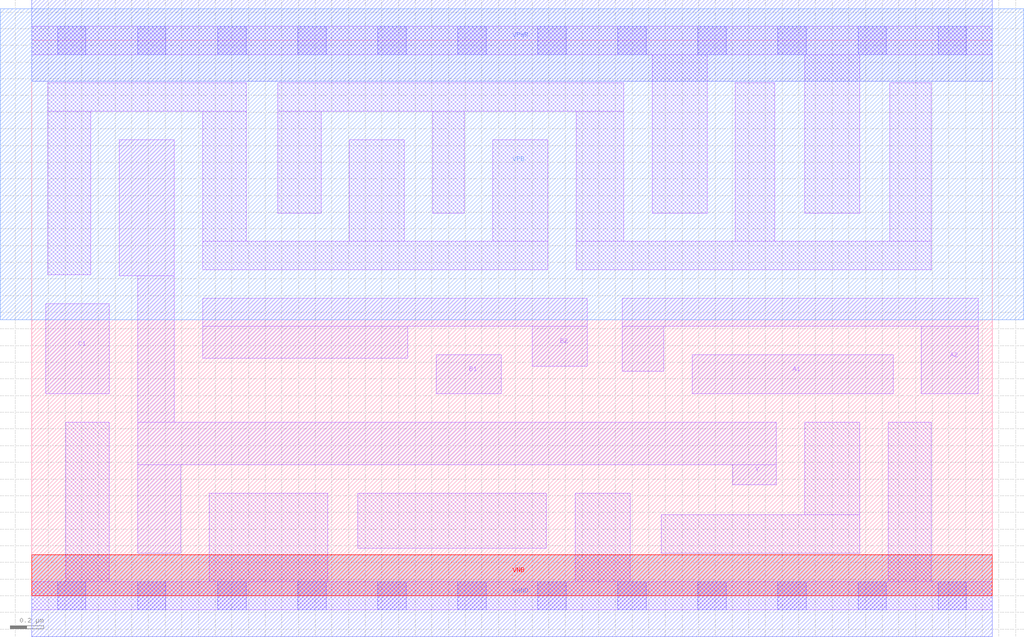
<source format=lef>
# Copyright 2020 The SkyWater PDK Authors
#
# Licensed under the Apache License, Version 2.0 (the "License");
# you may not use this file except in compliance with the License.
# You may obtain a copy of the License at
#
#     https://www.apache.org/licenses/LICENSE-2.0
#
# Unless required by applicable law or agreed to in writing, software
# distributed under the License is distributed on an "AS IS" BASIS,
# WITHOUT WARRANTIES OR CONDITIONS OF ANY KIND, either express or implied.
# See the License for the specific language governing permissions and
# limitations under the License.
#
# SPDX-License-Identifier: Apache-2.0

VERSION 5.7 ;
  NOWIREEXTENSIONATPIN ON ;
  DIVIDERCHAR "/" ;
  BUSBITCHARS "[]" ;
MACRO sky130_fd_sc_lp__a221oi_2
  CLASS CORE ;
  FOREIGN sky130_fd_sc_lp__a221oi_2 ;
  ORIGIN  0.000000  0.000000 ;
  SIZE  5.760000 BY  3.330000 ;
  SYMMETRY X Y R90 ;
  SITE unit ;
  PIN A1
    ANTENNAGATEAREA  0.630000 ;
    DIRECTION INPUT ;
    USE SIGNAL ;
    PORT
      LAYER li1 ;
        RECT 3.960000 1.210000 5.165000 1.445000 ;
    END
  END A1
  PIN A2
    ANTENNAGATEAREA  0.630000 ;
    DIRECTION INPUT ;
    USE SIGNAL ;
    PORT
      LAYER li1 ;
        RECT 3.540000 1.345000 3.790000 1.615000 ;
        RECT 3.540000 1.615000 5.675000 1.785000 ;
        RECT 5.335000 1.210000 5.675000 1.615000 ;
    END
  END A2
  PIN B1
    ANTENNAGATEAREA  0.630000 ;
    DIRECTION INPUT ;
    USE SIGNAL ;
    PORT
      LAYER li1 ;
        RECT 2.425000 1.210000 2.815000 1.445000 ;
    END
  END B1
  PIN B2
    ANTENNAGATEAREA  0.630000 ;
    DIRECTION INPUT ;
    USE SIGNAL ;
    PORT
      LAYER li1 ;
        RECT 1.025000 1.425000 2.255000 1.615000 ;
        RECT 1.025000 1.615000 3.330000 1.785000 ;
        RECT 3.000000 1.375000 3.330000 1.615000 ;
    END
  END B2
  PIN C1
    ANTENNAGATEAREA  0.630000 ;
    DIRECTION INPUT ;
    USE SIGNAL ;
    PORT
      LAYER li1 ;
        RECT 0.085000 1.210000 0.465000 1.750000 ;
    END
  END C1
  PIN Y
    ANTENNADIFFAREA  1.058400 ;
    DIRECTION OUTPUT ;
    USE SIGNAL ;
    PORT
      LAYER li1 ;
        RECT 0.525000 1.920000 0.855000 2.735000 ;
        RECT 0.635000 0.255000 0.895000 0.785000 ;
        RECT 0.635000 0.785000 4.465000 1.040000 ;
        RECT 0.635000 1.040000 0.855000 1.920000 ;
        RECT 4.205000 0.665000 4.465000 0.785000 ;
    END
  END Y
  PIN VGND
    DIRECTION INOUT ;
    USE GROUND ;
    PORT
      LAYER met1 ;
        RECT 0.000000 -0.245000 5.760000 0.245000 ;
    END
  END VGND
  PIN VNB
    DIRECTION INOUT ;
    USE GROUND ;
    PORT
      LAYER pwell ;
        RECT 0.000000 0.000000 5.760000 0.245000 ;
    END
  END VNB
  PIN VPB
    DIRECTION INOUT ;
    USE POWER ;
    PORT
      LAYER nwell ;
        RECT -0.190000 1.655000 5.950000 3.520000 ;
    END
  END VPB
  PIN VPWR
    DIRECTION INOUT ;
    USE POWER ;
    PORT
      LAYER met1 ;
        RECT 0.000000 3.085000 5.760000 3.575000 ;
    END
  END VPWR
  OBS
    LAYER li1 ;
      RECT 0.000000 -0.085000 5.760000 0.085000 ;
      RECT 0.000000  3.245000 5.760000 3.415000 ;
      RECT 0.095000  1.925000 0.355000 2.905000 ;
      RECT 0.095000  2.905000 1.285000 3.075000 ;
      RECT 0.205000  0.085000 0.465000 1.040000 ;
      RECT 1.025000  1.955000 3.095000 2.125000 ;
      RECT 1.025000  2.125000 1.285000 2.905000 ;
      RECT 1.065000  0.085000 1.775000 0.615000 ;
      RECT 1.475000  2.295000 1.735000 2.905000 ;
      RECT 1.475000  2.905000 3.550000 3.075000 ;
      RECT 1.905000  2.125000 2.235000 2.735000 ;
      RECT 1.955000  0.285000 3.085000 0.615000 ;
      RECT 2.405000  2.295000 2.595000 2.905000 ;
      RECT 2.765000  2.125000 3.095000 2.735000 ;
      RECT 3.260000  0.085000 3.590000 0.615000 ;
      RECT 3.265000  1.955000 5.395000 2.125000 ;
      RECT 3.265000  2.125000 3.550000 2.905000 ;
      RECT 3.720000  2.295000 4.050000 3.245000 ;
      RECT 3.775000  0.255000 4.965000 0.485000 ;
      RECT 4.220000  2.125000 4.455000 3.075000 ;
      RECT 4.635000  0.485000 4.965000 1.040000 ;
      RECT 4.635000  2.295000 4.965000 3.245000 ;
      RECT 5.135000  0.085000 5.395000 1.040000 ;
      RECT 5.145000  2.125000 5.395000 3.075000 ;
    LAYER mcon ;
      RECT 0.155000 -0.085000 0.325000 0.085000 ;
      RECT 0.155000  3.245000 0.325000 3.415000 ;
      RECT 0.635000 -0.085000 0.805000 0.085000 ;
      RECT 0.635000  3.245000 0.805000 3.415000 ;
      RECT 1.115000 -0.085000 1.285000 0.085000 ;
      RECT 1.115000  3.245000 1.285000 3.415000 ;
      RECT 1.595000 -0.085000 1.765000 0.085000 ;
      RECT 1.595000  3.245000 1.765000 3.415000 ;
      RECT 2.075000 -0.085000 2.245000 0.085000 ;
      RECT 2.075000  3.245000 2.245000 3.415000 ;
      RECT 2.555000 -0.085000 2.725000 0.085000 ;
      RECT 2.555000  3.245000 2.725000 3.415000 ;
      RECT 3.035000 -0.085000 3.205000 0.085000 ;
      RECT 3.035000  3.245000 3.205000 3.415000 ;
      RECT 3.515000 -0.085000 3.685000 0.085000 ;
      RECT 3.515000  3.245000 3.685000 3.415000 ;
      RECT 3.995000 -0.085000 4.165000 0.085000 ;
      RECT 3.995000  3.245000 4.165000 3.415000 ;
      RECT 4.475000 -0.085000 4.645000 0.085000 ;
      RECT 4.475000  3.245000 4.645000 3.415000 ;
      RECT 4.955000 -0.085000 5.125000 0.085000 ;
      RECT 4.955000  3.245000 5.125000 3.415000 ;
      RECT 5.435000 -0.085000 5.605000 0.085000 ;
      RECT 5.435000  3.245000 5.605000 3.415000 ;
  END
END sky130_fd_sc_lp__a221oi_2
END LIBRARY

</source>
